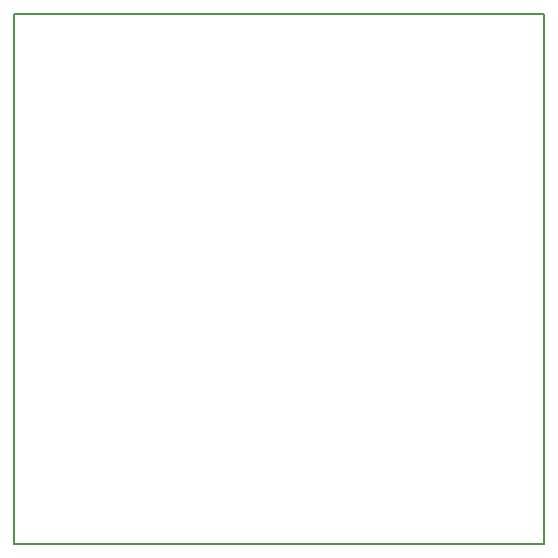
<source format=gbo>
G04 MADE WITH FRITZING*
G04 WWW.FRITZING.ORG*
G04 DOUBLE SIDED*
G04 HOLES PLATED*
G04 CONTOUR ON CENTER OF CONTOUR VECTOR*
%ASAXBY*%
%FSLAX23Y23*%
%MOIN*%
%OFA0B0*%
%SFA1.0B1.0*%
%ADD10R,1.771650X1.771650X1.755650X1.755650*%
%ADD11C,0.008000*%
%LNSILK0*%
G90*
G70*
G54D11*
X4Y1768D02*
X1768Y1768D01*
X1768Y4D01*
X4Y4D01*
X4Y1768D01*
D02*
G04 End of Silk0*
M02*
</source>
